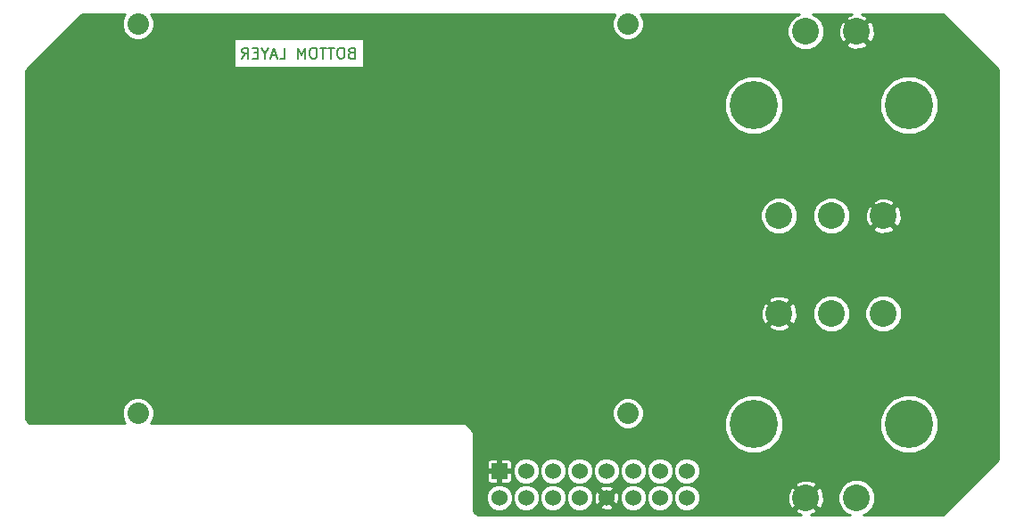
<source format=gbl>
G04 (created by PCBNEW (2013-03-19 BZR 4004)-stable) date 7/29/2015 1:15:23 PM*
%MOIN*%
G04 Gerber Fmt 3.4, Leading zero omitted, Abs format*
%FSLAX34Y34*%
G01*
G70*
G90*
G04 APERTURE LIST*
%ADD10C,0.007*%
%ADD11C,0.008*%
%ADD12C,0.1*%
%ADD13C,0.18*%
%ADD14C,0.08*%
%ADD15R,0.06X0.06*%
%ADD16C,0.06*%
%ADD17C,0.035*%
%ADD18C,0.012*%
%ADD19C,0.01*%
G04 APERTURE END LIST*
G54D10*
G54D11*
X12411Y-1702D02*
X12354Y-1721D01*
X12335Y-1740D01*
X12316Y-1778D01*
X12316Y-1835D01*
X12335Y-1873D01*
X12354Y-1892D01*
X12392Y-1911D01*
X12545Y-1911D01*
X12545Y-1511D01*
X12411Y-1511D01*
X12373Y-1530D01*
X12354Y-1550D01*
X12335Y-1588D01*
X12335Y-1626D01*
X12354Y-1664D01*
X12373Y-1683D01*
X12411Y-1702D01*
X12545Y-1702D01*
X12069Y-1511D02*
X11992Y-1511D01*
X11954Y-1530D01*
X11916Y-1569D01*
X11897Y-1645D01*
X11897Y-1778D01*
X11916Y-1854D01*
X11954Y-1892D01*
X11992Y-1911D01*
X12069Y-1911D01*
X12107Y-1892D01*
X12145Y-1854D01*
X12164Y-1778D01*
X12164Y-1645D01*
X12145Y-1569D01*
X12107Y-1530D01*
X12069Y-1511D01*
X11783Y-1511D02*
X11554Y-1511D01*
X11669Y-1911D02*
X11669Y-1511D01*
X11478Y-1511D02*
X11250Y-1511D01*
X11364Y-1911D02*
X11364Y-1511D01*
X11040Y-1511D02*
X10964Y-1511D01*
X10926Y-1530D01*
X10888Y-1569D01*
X10869Y-1645D01*
X10869Y-1778D01*
X10888Y-1854D01*
X10926Y-1892D01*
X10964Y-1911D01*
X11040Y-1911D01*
X11078Y-1892D01*
X11116Y-1854D01*
X11135Y-1778D01*
X11135Y-1645D01*
X11116Y-1569D01*
X11078Y-1530D01*
X11040Y-1511D01*
X10697Y-1911D02*
X10697Y-1511D01*
X10564Y-1797D01*
X10430Y-1511D01*
X10430Y-1911D01*
X9745Y-1911D02*
X9935Y-1911D01*
X9935Y-1511D01*
X9630Y-1797D02*
X9440Y-1797D01*
X9669Y-1911D02*
X9535Y-1511D01*
X9402Y-1911D01*
X9192Y-1721D02*
X9192Y-1911D01*
X9326Y-1511D02*
X9192Y-1721D01*
X9059Y-1511D01*
X8926Y-1702D02*
X8792Y-1702D01*
X8735Y-1911D02*
X8926Y-1911D01*
X8926Y-1511D01*
X8735Y-1511D01*
X8335Y-1911D02*
X8469Y-1721D01*
X8564Y-1911D02*
X8564Y-1511D01*
X8411Y-1511D01*
X8373Y-1530D01*
X8354Y-1550D01*
X8335Y-1588D01*
X8335Y-1645D01*
X8354Y-1683D01*
X8373Y-1702D01*
X8411Y-1721D01*
X8564Y-1721D01*
G54D12*
X31300Y-900D03*
X29400Y-900D03*
X32300Y-7800D03*
X30350Y-7800D03*
G54D13*
X33250Y-3650D03*
X27450Y-3650D03*
G54D12*
X28400Y-7800D03*
X29400Y-18350D03*
X31300Y-18350D03*
X28400Y-11450D03*
X30350Y-11450D03*
G54D13*
X27450Y-15600D03*
X33250Y-15600D03*
G54D12*
X32300Y-11450D03*
G54D14*
X22750Y-15185D03*
X22750Y-615D03*
X4440Y-615D03*
X4440Y-15185D03*
G54D15*
X17950Y-17350D03*
G54D16*
X17950Y-18350D03*
X18950Y-17350D03*
X18950Y-18350D03*
X19950Y-17350D03*
X19950Y-18350D03*
X20950Y-17350D03*
X20950Y-18350D03*
X21950Y-17350D03*
X21950Y-18350D03*
X22950Y-17350D03*
X22950Y-18350D03*
X23950Y-17350D03*
X23950Y-18350D03*
X24950Y-17350D03*
X24950Y-18350D03*
G54D17*
X25100Y-9700D03*
X23350Y-7600D03*
X25250Y-7600D03*
X22200Y-10300D03*
X22200Y-8700D03*
X21100Y-7600D03*
X13150Y-7550D03*
X8950Y-7550D03*
X4450Y-7550D03*
X2950Y-9050D03*
X2950Y-10650D03*
X2950Y-13550D03*
X7050Y-13550D03*
X14350Y-13550D03*
X19150Y-13550D03*
X19150Y-10850D03*
X16750Y-7750D03*
X16750Y-10000D03*
G54D18*
X25250Y-7600D02*
X23350Y-7600D01*
X21100Y-7600D02*
X22200Y-8700D01*
X8950Y-7550D02*
X13150Y-7550D01*
X2950Y-9050D02*
X4450Y-7550D01*
X2950Y-13550D02*
X2950Y-10650D01*
X14350Y-13550D02*
X7050Y-13550D01*
X19150Y-10850D02*
X19150Y-13550D01*
G54D10*
G36*
X36600Y-16862D02*
X36587Y-16924D01*
X36560Y-16964D01*
X34564Y-18960D01*
X34524Y-18987D01*
X34462Y-19000D01*
X34350Y-19000D01*
X34350Y-15382D01*
X34350Y-3432D01*
X34183Y-3027D01*
X33873Y-2718D01*
X33469Y-2550D01*
X33032Y-2549D01*
X32627Y-2716D01*
X32318Y-3026D01*
X32150Y-3430D01*
X32149Y-3867D01*
X32316Y-4272D01*
X32626Y-4581D01*
X33030Y-4749D01*
X33467Y-4750D01*
X33872Y-4583D01*
X34181Y-4273D01*
X34349Y-3869D01*
X34350Y-3432D01*
X34350Y-15382D01*
X34183Y-14977D01*
X33873Y-14668D01*
X33469Y-14500D01*
X33032Y-14499D01*
X33000Y-14513D01*
X33000Y-11311D01*
X32974Y-11248D01*
X32974Y-7910D01*
X32965Y-7644D01*
X32880Y-7439D01*
X32786Y-7383D01*
X32716Y-7454D01*
X32716Y-7313D01*
X32660Y-7219D01*
X32410Y-7125D01*
X32144Y-7134D01*
X31974Y-7205D01*
X31974Y-1010D01*
X31965Y-744D01*
X31880Y-539D01*
X31786Y-483D01*
X31370Y-900D01*
X31786Y-1316D01*
X31880Y-1260D01*
X31974Y-1010D01*
X31974Y-7205D01*
X31939Y-7219D01*
X31883Y-7313D01*
X32300Y-7729D01*
X32716Y-7313D01*
X32716Y-7454D01*
X32370Y-7800D01*
X32786Y-8216D01*
X32880Y-8160D01*
X32974Y-7910D01*
X32974Y-11248D01*
X32893Y-11054D01*
X32716Y-10876D01*
X32716Y-8286D01*
X32300Y-7870D01*
X32229Y-7941D01*
X32229Y-7800D01*
X31813Y-7383D01*
X31719Y-7439D01*
X31716Y-7448D01*
X31716Y-1386D01*
X31300Y-970D01*
X31229Y-1041D01*
X31229Y-900D01*
X30813Y-483D01*
X30719Y-539D01*
X30625Y-789D01*
X30634Y-1055D01*
X30719Y-1260D01*
X30813Y-1316D01*
X31229Y-900D01*
X31229Y-1041D01*
X30883Y-1386D01*
X30939Y-1480D01*
X31189Y-1574D01*
X31455Y-1565D01*
X31660Y-1480D01*
X31716Y-1386D01*
X31716Y-7448D01*
X31625Y-7689D01*
X31634Y-7955D01*
X31719Y-8160D01*
X31813Y-8216D01*
X32229Y-7800D01*
X32229Y-7941D01*
X31883Y-8286D01*
X31939Y-8380D01*
X32189Y-8474D01*
X32455Y-8465D01*
X32660Y-8380D01*
X32716Y-8286D01*
X32716Y-10876D01*
X32697Y-10856D01*
X32439Y-10750D01*
X32161Y-10749D01*
X31904Y-10856D01*
X31706Y-11052D01*
X31600Y-11310D01*
X31599Y-11588D01*
X31706Y-11846D01*
X31902Y-12043D01*
X32160Y-12149D01*
X32438Y-12150D01*
X32696Y-12043D01*
X32893Y-11847D01*
X32999Y-11589D01*
X33000Y-11311D01*
X33000Y-14513D01*
X32627Y-14666D01*
X32318Y-14976D01*
X32150Y-15380D01*
X32149Y-15817D01*
X32316Y-16222D01*
X32626Y-16531D01*
X33030Y-16699D01*
X33467Y-16700D01*
X33872Y-16533D01*
X34181Y-16223D01*
X34349Y-15819D01*
X34350Y-15382D01*
X34350Y-19000D01*
X31559Y-19000D01*
X31696Y-18943D01*
X31893Y-18747D01*
X31999Y-18489D01*
X32000Y-18211D01*
X31893Y-17954D01*
X31697Y-17756D01*
X31439Y-17650D01*
X31161Y-17649D01*
X31050Y-17695D01*
X31050Y-11311D01*
X31050Y-7661D01*
X30943Y-7404D01*
X30747Y-7206D01*
X30489Y-7100D01*
X30211Y-7099D01*
X29954Y-7206D01*
X29756Y-7402D01*
X29650Y-7660D01*
X29649Y-7938D01*
X29756Y-8196D01*
X29952Y-8393D01*
X30210Y-8499D01*
X30488Y-8500D01*
X30746Y-8393D01*
X30943Y-8197D01*
X31049Y-7939D01*
X31050Y-7661D01*
X31050Y-11311D01*
X30943Y-11054D01*
X30747Y-10856D01*
X30489Y-10750D01*
X30211Y-10749D01*
X29954Y-10856D01*
X29756Y-11052D01*
X29650Y-11310D01*
X29649Y-11588D01*
X29756Y-11846D01*
X29952Y-12043D01*
X30210Y-12149D01*
X30488Y-12150D01*
X30746Y-12043D01*
X30943Y-11847D01*
X31049Y-11589D01*
X31050Y-11311D01*
X31050Y-17695D01*
X30904Y-17756D01*
X30706Y-17952D01*
X30600Y-18210D01*
X30599Y-18488D01*
X30706Y-18746D01*
X30902Y-18943D01*
X31040Y-19000D01*
X30074Y-19000D01*
X30074Y-18460D01*
X30065Y-18194D01*
X29980Y-17989D01*
X29886Y-17933D01*
X29816Y-18004D01*
X29816Y-17863D01*
X29760Y-17769D01*
X29510Y-17675D01*
X29244Y-17684D01*
X29100Y-17744D01*
X29100Y-7661D01*
X28993Y-7404D01*
X28797Y-7206D01*
X28550Y-7104D01*
X28550Y-3432D01*
X28383Y-3027D01*
X28073Y-2718D01*
X27669Y-2550D01*
X27232Y-2549D01*
X26827Y-2716D01*
X26518Y-3026D01*
X26350Y-3430D01*
X26349Y-3867D01*
X26516Y-4272D01*
X26826Y-4581D01*
X27230Y-4749D01*
X27667Y-4750D01*
X28072Y-4583D01*
X28381Y-4273D01*
X28549Y-3869D01*
X28550Y-3432D01*
X28550Y-7104D01*
X28539Y-7100D01*
X28261Y-7099D01*
X28004Y-7206D01*
X27806Y-7402D01*
X27700Y-7660D01*
X27699Y-7938D01*
X27806Y-8196D01*
X28002Y-8393D01*
X28260Y-8499D01*
X28538Y-8500D01*
X28796Y-8393D01*
X28993Y-8197D01*
X29099Y-7939D01*
X29100Y-7661D01*
X29100Y-17744D01*
X29074Y-17755D01*
X29074Y-11560D01*
X29065Y-11294D01*
X28980Y-11089D01*
X28886Y-11033D01*
X28816Y-11104D01*
X28816Y-10963D01*
X28760Y-10869D01*
X28510Y-10775D01*
X28244Y-10784D01*
X28039Y-10869D01*
X27983Y-10963D01*
X28400Y-11379D01*
X28816Y-10963D01*
X28816Y-11104D01*
X28470Y-11450D01*
X28886Y-11866D01*
X28980Y-11810D01*
X29074Y-11560D01*
X29074Y-17755D01*
X29039Y-17769D01*
X28983Y-17863D01*
X29400Y-18279D01*
X29816Y-17863D01*
X29816Y-18004D01*
X29470Y-18350D01*
X29886Y-18766D01*
X29980Y-18710D01*
X30074Y-18460D01*
X30074Y-19000D01*
X29592Y-19000D01*
X29760Y-18930D01*
X29816Y-18836D01*
X29400Y-18420D01*
X29329Y-18491D01*
X29329Y-18350D01*
X28913Y-17933D01*
X28819Y-17989D01*
X28816Y-17998D01*
X28816Y-11936D01*
X28400Y-11520D01*
X28329Y-11591D01*
X28329Y-11450D01*
X27913Y-11033D01*
X27819Y-11089D01*
X27725Y-11339D01*
X27734Y-11605D01*
X27819Y-11810D01*
X27913Y-11866D01*
X28329Y-11450D01*
X28329Y-11591D01*
X27983Y-11936D01*
X28039Y-12030D01*
X28289Y-12124D01*
X28555Y-12115D01*
X28760Y-12030D01*
X28816Y-11936D01*
X28816Y-17998D01*
X28725Y-18239D01*
X28734Y-18505D01*
X28819Y-18710D01*
X28913Y-18766D01*
X29329Y-18350D01*
X29329Y-18491D01*
X28983Y-18836D01*
X29039Y-18930D01*
X29225Y-19000D01*
X28550Y-19000D01*
X28550Y-15382D01*
X28383Y-14977D01*
X28073Y-14668D01*
X27669Y-14500D01*
X27232Y-14499D01*
X26827Y-14666D01*
X26518Y-14976D01*
X26350Y-15380D01*
X26349Y-15817D01*
X26516Y-16222D01*
X26826Y-16531D01*
X27230Y-16699D01*
X27667Y-16700D01*
X28072Y-16533D01*
X28381Y-16223D01*
X28549Y-15819D01*
X28550Y-15382D01*
X28550Y-19000D01*
X25450Y-19000D01*
X25450Y-18250D01*
X25450Y-17250D01*
X25374Y-17067D01*
X25233Y-16926D01*
X25049Y-16850D01*
X24850Y-16849D01*
X24667Y-16925D01*
X24526Y-17066D01*
X24450Y-17250D01*
X24450Y-17251D01*
X24450Y-17250D01*
X24374Y-17067D01*
X24233Y-16926D01*
X24049Y-16850D01*
X23850Y-16849D01*
X23667Y-16925D01*
X23526Y-17066D01*
X23450Y-17250D01*
X23450Y-17251D01*
X23450Y-17250D01*
X23374Y-17067D01*
X23350Y-17043D01*
X23350Y-15066D01*
X23258Y-14845D01*
X23090Y-14676D01*
X22869Y-14585D01*
X22631Y-14584D01*
X22410Y-14676D01*
X22241Y-14844D01*
X22150Y-15065D01*
X22149Y-15303D01*
X22241Y-15524D01*
X22409Y-15693D01*
X22630Y-15784D01*
X22868Y-15785D01*
X23089Y-15693D01*
X23258Y-15525D01*
X23349Y-15304D01*
X23350Y-15066D01*
X23350Y-17043D01*
X23233Y-16926D01*
X23049Y-16850D01*
X22850Y-16849D01*
X22667Y-16925D01*
X22526Y-17066D01*
X22450Y-17250D01*
X22450Y-17251D01*
X22450Y-17250D01*
X22374Y-17067D01*
X22233Y-16926D01*
X22049Y-16850D01*
X21850Y-16849D01*
X21667Y-16925D01*
X21526Y-17066D01*
X21450Y-17250D01*
X21450Y-17251D01*
X21450Y-17250D01*
X21374Y-17067D01*
X21233Y-16926D01*
X21049Y-16850D01*
X20850Y-16849D01*
X20667Y-16925D01*
X20526Y-17066D01*
X20450Y-17250D01*
X20450Y-17251D01*
X20450Y-17250D01*
X20374Y-17067D01*
X20233Y-16926D01*
X20049Y-16850D01*
X19850Y-16849D01*
X19667Y-16925D01*
X19526Y-17066D01*
X19450Y-17250D01*
X19450Y-17251D01*
X19450Y-17250D01*
X19374Y-17067D01*
X19233Y-16926D01*
X19049Y-16850D01*
X18850Y-16849D01*
X18667Y-16925D01*
X18526Y-17066D01*
X18450Y-17250D01*
X18449Y-17449D01*
X18525Y-17632D01*
X18666Y-17773D01*
X18850Y-17849D01*
X19049Y-17850D01*
X19232Y-17774D01*
X19373Y-17633D01*
X19449Y-17449D01*
X19450Y-17250D01*
X19450Y-17251D01*
X19449Y-17449D01*
X19525Y-17632D01*
X19666Y-17773D01*
X19850Y-17849D01*
X20049Y-17850D01*
X20232Y-17774D01*
X20373Y-17633D01*
X20449Y-17449D01*
X20450Y-17250D01*
X20450Y-17251D01*
X20449Y-17449D01*
X20525Y-17632D01*
X20666Y-17773D01*
X20850Y-17849D01*
X21049Y-17850D01*
X21232Y-17774D01*
X21373Y-17633D01*
X21449Y-17449D01*
X21450Y-17250D01*
X21450Y-17251D01*
X21449Y-17449D01*
X21525Y-17632D01*
X21666Y-17773D01*
X21850Y-17849D01*
X22049Y-17850D01*
X22232Y-17774D01*
X22373Y-17633D01*
X22449Y-17449D01*
X22450Y-17250D01*
X22450Y-17251D01*
X22449Y-17449D01*
X22525Y-17632D01*
X22666Y-17773D01*
X22850Y-17849D01*
X23049Y-17850D01*
X23232Y-17774D01*
X23373Y-17633D01*
X23449Y-17449D01*
X23450Y-17250D01*
X23450Y-17251D01*
X23449Y-17449D01*
X23525Y-17632D01*
X23666Y-17773D01*
X23850Y-17849D01*
X24049Y-17850D01*
X24232Y-17774D01*
X24373Y-17633D01*
X24449Y-17449D01*
X24450Y-17250D01*
X24450Y-17251D01*
X24449Y-17449D01*
X24525Y-17632D01*
X24666Y-17773D01*
X24850Y-17849D01*
X25049Y-17850D01*
X25232Y-17774D01*
X25373Y-17633D01*
X25449Y-17449D01*
X25450Y-17250D01*
X25450Y-18250D01*
X25374Y-18067D01*
X25233Y-17926D01*
X25049Y-17850D01*
X24850Y-17849D01*
X24667Y-17925D01*
X24526Y-18066D01*
X24450Y-18250D01*
X24450Y-18251D01*
X24450Y-18250D01*
X24374Y-18067D01*
X24233Y-17926D01*
X24049Y-17850D01*
X23850Y-17849D01*
X23667Y-17925D01*
X23526Y-18066D01*
X23450Y-18250D01*
X23450Y-18251D01*
X23450Y-18250D01*
X23374Y-18067D01*
X23233Y-17926D01*
X23049Y-17850D01*
X22850Y-17849D01*
X22667Y-17925D01*
X22526Y-18066D01*
X22450Y-18250D01*
X22449Y-18449D01*
X22525Y-18632D01*
X22666Y-18773D01*
X22850Y-18849D01*
X23049Y-18850D01*
X23232Y-18774D01*
X23373Y-18633D01*
X23449Y-18449D01*
X23450Y-18250D01*
X23450Y-18251D01*
X23449Y-18449D01*
X23525Y-18632D01*
X23666Y-18773D01*
X23850Y-18849D01*
X24049Y-18850D01*
X24232Y-18774D01*
X24373Y-18633D01*
X24449Y-18449D01*
X24450Y-18250D01*
X24450Y-18251D01*
X24449Y-18449D01*
X24525Y-18632D01*
X24666Y-18773D01*
X24850Y-18849D01*
X25049Y-18850D01*
X25232Y-18774D01*
X25373Y-18633D01*
X25449Y-18449D01*
X25450Y-18250D01*
X25450Y-19000D01*
X22425Y-19000D01*
X22425Y-18412D01*
X22412Y-18226D01*
X22364Y-18110D01*
X22292Y-18078D01*
X22221Y-18149D01*
X22221Y-18007D01*
X22189Y-17935D01*
X22012Y-17874D01*
X21826Y-17887D01*
X21710Y-17935D01*
X21678Y-18007D01*
X21950Y-18279D01*
X22221Y-18007D01*
X22221Y-18149D01*
X22020Y-18350D01*
X22292Y-18621D01*
X22364Y-18589D01*
X22425Y-18412D01*
X22425Y-19000D01*
X22221Y-19000D01*
X22221Y-18692D01*
X21950Y-18420D01*
X21879Y-18491D01*
X21879Y-18350D01*
X21607Y-18078D01*
X21535Y-18110D01*
X21474Y-18287D01*
X21487Y-18473D01*
X21535Y-18589D01*
X21607Y-18621D01*
X21879Y-18350D01*
X21879Y-18491D01*
X21678Y-18692D01*
X21710Y-18764D01*
X21887Y-18825D01*
X22073Y-18812D01*
X22189Y-18764D01*
X22221Y-18692D01*
X22221Y-19000D01*
X21450Y-19000D01*
X21450Y-18250D01*
X21374Y-18067D01*
X21233Y-17926D01*
X21049Y-17850D01*
X20850Y-17849D01*
X20667Y-17925D01*
X20526Y-18066D01*
X20450Y-18250D01*
X20450Y-18251D01*
X20450Y-18250D01*
X20374Y-18067D01*
X20233Y-17926D01*
X20049Y-17850D01*
X19850Y-17849D01*
X19667Y-17925D01*
X19526Y-18066D01*
X19450Y-18250D01*
X19450Y-18251D01*
X19450Y-18250D01*
X19374Y-18067D01*
X19233Y-17926D01*
X19049Y-17850D01*
X18850Y-17849D01*
X18667Y-17925D01*
X18526Y-18066D01*
X18450Y-18250D01*
X18450Y-18251D01*
X18450Y-18250D01*
X18420Y-18178D01*
X18420Y-17616D01*
X18420Y-17083D01*
X18419Y-17016D01*
X18394Y-16953D01*
X18346Y-16905D01*
X18283Y-16879D01*
X18042Y-16880D01*
X18000Y-16922D01*
X18000Y-17300D01*
X18377Y-17300D01*
X18420Y-17257D01*
X18420Y-17083D01*
X18420Y-17616D01*
X18420Y-17442D01*
X18377Y-17400D01*
X18000Y-17400D01*
X18000Y-17777D01*
X18042Y-17820D01*
X18283Y-17820D01*
X18346Y-17794D01*
X18394Y-17746D01*
X18419Y-17683D01*
X18420Y-17616D01*
X18420Y-18178D01*
X18374Y-18067D01*
X18233Y-17926D01*
X18049Y-17850D01*
X17900Y-17849D01*
X17900Y-17777D01*
X17900Y-17400D01*
X17900Y-17300D01*
X17900Y-16922D01*
X17857Y-16880D01*
X17616Y-16879D01*
X17553Y-16905D01*
X17505Y-16953D01*
X17480Y-17016D01*
X17479Y-17083D01*
X17480Y-17257D01*
X17522Y-17300D01*
X17900Y-17300D01*
X17900Y-17400D01*
X17522Y-17400D01*
X17480Y-17442D01*
X17479Y-17616D01*
X17480Y-17683D01*
X17505Y-17746D01*
X17553Y-17794D01*
X17616Y-17820D01*
X17857Y-17820D01*
X17900Y-17777D01*
X17900Y-17849D01*
X17850Y-17849D01*
X17667Y-17925D01*
X17526Y-18066D01*
X17450Y-18250D01*
X17449Y-18449D01*
X17525Y-18632D01*
X17666Y-18773D01*
X17850Y-18849D01*
X18049Y-18850D01*
X18232Y-18774D01*
X18373Y-18633D01*
X18449Y-18449D01*
X18450Y-18250D01*
X18450Y-18251D01*
X18449Y-18449D01*
X18525Y-18632D01*
X18666Y-18773D01*
X18850Y-18849D01*
X19049Y-18850D01*
X19232Y-18774D01*
X19373Y-18633D01*
X19449Y-18449D01*
X19450Y-18250D01*
X19450Y-18251D01*
X19449Y-18449D01*
X19525Y-18632D01*
X19666Y-18773D01*
X19850Y-18849D01*
X20049Y-18850D01*
X20232Y-18774D01*
X20373Y-18633D01*
X20449Y-18449D01*
X20450Y-18250D01*
X20450Y-18251D01*
X20449Y-18449D01*
X20525Y-18632D01*
X20666Y-18773D01*
X20850Y-18849D01*
X21049Y-18850D01*
X21232Y-18774D01*
X21373Y-18633D01*
X21449Y-18449D01*
X21450Y-18250D01*
X21450Y-19000D01*
X17169Y-19000D01*
X17148Y-18995D01*
X17061Y-18937D01*
X17004Y-18851D01*
X17000Y-18830D01*
X17000Y-15977D01*
X16981Y-15886D01*
X16930Y-15809D01*
X16740Y-15619D01*
X16663Y-15568D01*
X16572Y-15550D01*
X12880Y-15550D01*
X12880Y-2270D01*
X12880Y-1150D01*
X8019Y-1150D01*
X8019Y-2270D01*
X12880Y-2270D01*
X12880Y-15550D01*
X4923Y-15550D01*
X4948Y-15525D01*
X5039Y-15304D01*
X5040Y-15066D01*
X4948Y-14845D01*
X4780Y-14676D01*
X4559Y-14585D01*
X4321Y-14584D01*
X4100Y-14676D01*
X3931Y-14844D01*
X3840Y-15065D01*
X3839Y-15303D01*
X3931Y-15524D01*
X3956Y-15550D01*
X419Y-15550D01*
X398Y-15545D01*
X311Y-15487D01*
X254Y-15401D01*
X250Y-15380D01*
X250Y-2437D01*
X262Y-2375D01*
X297Y-2323D01*
X2323Y-297D01*
X2375Y-262D01*
X2437Y-250D01*
X3956Y-250D01*
X3931Y-274D01*
X3840Y-495D01*
X3839Y-733D01*
X3931Y-954D01*
X4099Y-1123D01*
X4320Y-1214D01*
X4558Y-1215D01*
X4779Y-1123D01*
X4948Y-955D01*
X5039Y-734D01*
X5040Y-496D01*
X4948Y-275D01*
X4923Y-250D01*
X22266Y-250D01*
X22241Y-274D01*
X22150Y-495D01*
X22149Y-733D01*
X22241Y-954D01*
X22409Y-1123D01*
X22630Y-1214D01*
X22868Y-1215D01*
X23089Y-1123D01*
X23258Y-955D01*
X23349Y-734D01*
X23350Y-496D01*
X23258Y-275D01*
X23233Y-250D01*
X29140Y-250D01*
X29004Y-306D01*
X28806Y-502D01*
X28700Y-760D01*
X28699Y-1038D01*
X28806Y-1296D01*
X29002Y-1493D01*
X29260Y-1599D01*
X29538Y-1600D01*
X29796Y-1493D01*
X29993Y-1297D01*
X30099Y-1039D01*
X30100Y-761D01*
X29993Y-504D01*
X29797Y-306D01*
X29659Y-250D01*
X31107Y-250D01*
X30939Y-319D01*
X30883Y-413D01*
X31300Y-829D01*
X31716Y-413D01*
X31660Y-319D01*
X31474Y-250D01*
X34462Y-250D01*
X34524Y-262D01*
X34564Y-289D01*
X36560Y-2285D01*
X36587Y-2325D01*
X36600Y-2387D01*
X36600Y-16862D01*
X36600Y-16862D01*
G37*
G54D19*
X36600Y-16862D02*
X36587Y-16924D01*
X36560Y-16964D01*
X34564Y-18960D01*
X34524Y-18987D01*
X34462Y-19000D01*
X34350Y-19000D01*
X34350Y-15382D01*
X34350Y-3432D01*
X34183Y-3027D01*
X33873Y-2718D01*
X33469Y-2550D01*
X33032Y-2549D01*
X32627Y-2716D01*
X32318Y-3026D01*
X32150Y-3430D01*
X32149Y-3867D01*
X32316Y-4272D01*
X32626Y-4581D01*
X33030Y-4749D01*
X33467Y-4750D01*
X33872Y-4583D01*
X34181Y-4273D01*
X34349Y-3869D01*
X34350Y-3432D01*
X34350Y-15382D01*
X34183Y-14977D01*
X33873Y-14668D01*
X33469Y-14500D01*
X33032Y-14499D01*
X33000Y-14513D01*
X33000Y-11311D01*
X32974Y-11248D01*
X32974Y-7910D01*
X32965Y-7644D01*
X32880Y-7439D01*
X32786Y-7383D01*
X32716Y-7454D01*
X32716Y-7313D01*
X32660Y-7219D01*
X32410Y-7125D01*
X32144Y-7134D01*
X31974Y-7205D01*
X31974Y-1010D01*
X31965Y-744D01*
X31880Y-539D01*
X31786Y-483D01*
X31370Y-900D01*
X31786Y-1316D01*
X31880Y-1260D01*
X31974Y-1010D01*
X31974Y-7205D01*
X31939Y-7219D01*
X31883Y-7313D01*
X32300Y-7729D01*
X32716Y-7313D01*
X32716Y-7454D01*
X32370Y-7800D01*
X32786Y-8216D01*
X32880Y-8160D01*
X32974Y-7910D01*
X32974Y-11248D01*
X32893Y-11054D01*
X32716Y-10876D01*
X32716Y-8286D01*
X32300Y-7870D01*
X32229Y-7941D01*
X32229Y-7800D01*
X31813Y-7383D01*
X31719Y-7439D01*
X31716Y-7448D01*
X31716Y-1386D01*
X31300Y-970D01*
X31229Y-1041D01*
X31229Y-900D01*
X30813Y-483D01*
X30719Y-539D01*
X30625Y-789D01*
X30634Y-1055D01*
X30719Y-1260D01*
X30813Y-1316D01*
X31229Y-900D01*
X31229Y-1041D01*
X30883Y-1386D01*
X30939Y-1480D01*
X31189Y-1574D01*
X31455Y-1565D01*
X31660Y-1480D01*
X31716Y-1386D01*
X31716Y-7448D01*
X31625Y-7689D01*
X31634Y-7955D01*
X31719Y-8160D01*
X31813Y-8216D01*
X32229Y-7800D01*
X32229Y-7941D01*
X31883Y-8286D01*
X31939Y-8380D01*
X32189Y-8474D01*
X32455Y-8465D01*
X32660Y-8380D01*
X32716Y-8286D01*
X32716Y-10876D01*
X32697Y-10856D01*
X32439Y-10750D01*
X32161Y-10749D01*
X31904Y-10856D01*
X31706Y-11052D01*
X31600Y-11310D01*
X31599Y-11588D01*
X31706Y-11846D01*
X31902Y-12043D01*
X32160Y-12149D01*
X32438Y-12150D01*
X32696Y-12043D01*
X32893Y-11847D01*
X32999Y-11589D01*
X33000Y-11311D01*
X33000Y-14513D01*
X32627Y-14666D01*
X32318Y-14976D01*
X32150Y-15380D01*
X32149Y-15817D01*
X32316Y-16222D01*
X32626Y-16531D01*
X33030Y-16699D01*
X33467Y-16700D01*
X33872Y-16533D01*
X34181Y-16223D01*
X34349Y-15819D01*
X34350Y-15382D01*
X34350Y-19000D01*
X31559Y-19000D01*
X31696Y-18943D01*
X31893Y-18747D01*
X31999Y-18489D01*
X32000Y-18211D01*
X31893Y-17954D01*
X31697Y-17756D01*
X31439Y-17650D01*
X31161Y-17649D01*
X31050Y-17695D01*
X31050Y-11311D01*
X31050Y-7661D01*
X30943Y-7404D01*
X30747Y-7206D01*
X30489Y-7100D01*
X30211Y-7099D01*
X29954Y-7206D01*
X29756Y-7402D01*
X29650Y-7660D01*
X29649Y-7938D01*
X29756Y-8196D01*
X29952Y-8393D01*
X30210Y-8499D01*
X30488Y-8500D01*
X30746Y-8393D01*
X30943Y-8197D01*
X31049Y-7939D01*
X31050Y-7661D01*
X31050Y-11311D01*
X30943Y-11054D01*
X30747Y-10856D01*
X30489Y-10750D01*
X30211Y-10749D01*
X29954Y-10856D01*
X29756Y-11052D01*
X29650Y-11310D01*
X29649Y-11588D01*
X29756Y-11846D01*
X29952Y-12043D01*
X30210Y-12149D01*
X30488Y-12150D01*
X30746Y-12043D01*
X30943Y-11847D01*
X31049Y-11589D01*
X31050Y-11311D01*
X31050Y-17695D01*
X30904Y-17756D01*
X30706Y-17952D01*
X30600Y-18210D01*
X30599Y-18488D01*
X30706Y-18746D01*
X30902Y-18943D01*
X31040Y-19000D01*
X30074Y-19000D01*
X30074Y-18460D01*
X30065Y-18194D01*
X29980Y-17989D01*
X29886Y-17933D01*
X29816Y-18004D01*
X29816Y-17863D01*
X29760Y-17769D01*
X29510Y-17675D01*
X29244Y-17684D01*
X29100Y-17744D01*
X29100Y-7661D01*
X28993Y-7404D01*
X28797Y-7206D01*
X28550Y-7104D01*
X28550Y-3432D01*
X28383Y-3027D01*
X28073Y-2718D01*
X27669Y-2550D01*
X27232Y-2549D01*
X26827Y-2716D01*
X26518Y-3026D01*
X26350Y-3430D01*
X26349Y-3867D01*
X26516Y-4272D01*
X26826Y-4581D01*
X27230Y-4749D01*
X27667Y-4750D01*
X28072Y-4583D01*
X28381Y-4273D01*
X28549Y-3869D01*
X28550Y-3432D01*
X28550Y-7104D01*
X28539Y-7100D01*
X28261Y-7099D01*
X28004Y-7206D01*
X27806Y-7402D01*
X27700Y-7660D01*
X27699Y-7938D01*
X27806Y-8196D01*
X28002Y-8393D01*
X28260Y-8499D01*
X28538Y-8500D01*
X28796Y-8393D01*
X28993Y-8197D01*
X29099Y-7939D01*
X29100Y-7661D01*
X29100Y-17744D01*
X29074Y-17755D01*
X29074Y-11560D01*
X29065Y-11294D01*
X28980Y-11089D01*
X28886Y-11033D01*
X28816Y-11104D01*
X28816Y-10963D01*
X28760Y-10869D01*
X28510Y-10775D01*
X28244Y-10784D01*
X28039Y-10869D01*
X27983Y-10963D01*
X28400Y-11379D01*
X28816Y-10963D01*
X28816Y-11104D01*
X28470Y-11450D01*
X28886Y-11866D01*
X28980Y-11810D01*
X29074Y-11560D01*
X29074Y-17755D01*
X29039Y-17769D01*
X28983Y-17863D01*
X29400Y-18279D01*
X29816Y-17863D01*
X29816Y-18004D01*
X29470Y-18350D01*
X29886Y-18766D01*
X29980Y-18710D01*
X30074Y-18460D01*
X30074Y-19000D01*
X29592Y-19000D01*
X29760Y-18930D01*
X29816Y-18836D01*
X29400Y-18420D01*
X29329Y-18491D01*
X29329Y-18350D01*
X28913Y-17933D01*
X28819Y-17989D01*
X28816Y-17998D01*
X28816Y-11936D01*
X28400Y-11520D01*
X28329Y-11591D01*
X28329Y-11450D01*
X27913Y-11033D01*
X27819Y-11089D01*
X27725Y-11339D01*
X27734Y-11605D01*
X27819Y-11810D01*
X27913Y-11866D01*
X28329Y-11450D01*
X28329Y-11591D01*
X27983Y-11936D01*
X28039Y-12030D01*
X28289Y-12124D01*
X28555Y-12115D01*
X28760Y-12030D01*
X28816Y-11936D01*
X28816Y-17998D01*
X28725Y-18239D01*
X28734Y-18505D01*
X28819Y-18710D01*
X28913Y-18766D01*
X29329Y-18350D01*
X29329Y-18491D01*
X28983Y-18836D01*
X29039Y-18930D01*
X29225Y-19000D01*
X28550Y-19000D01*
X28550Y-15382D01*
X28383Y-14977D01*
X28073Y-14668D01*
X27669Y-14500D01*
X27232Y-14499D01*
X26827Y-14666D01*
X26518Y-14976D01*
X26350Y-15380D01*
X26349Y-15817D01*
X26516Y-16222D01*
X26826Y-16531D01*
X27230Y-16699D01*
X27667Y-16700D01*
X28072Y-16533D01*
X28381Y-16223D01*
X28549Y-15819D01*
X28550Y-15382D01*
X28550Y-19000D01*
X25450Y-19000D01*
X25450Y-18250D01*
X25450Y-17250D01*
X25374Y-17067D01*
X25233Y-16926D01*
X25049Y-16850D01*
X24850Y-16849D01*
X24667Y-16925D01*
X24526Y-17066D01*
X24450Y-17250D01*
X24450Y-17251D01*
X24450Y-17250D01*
X24374Y-17067D01*
X24233Y-16926D01*
X24049Y-16850D01*
X23850Y-16849D01*
X23667Y-16925D01*
X23526Y-17066D01*
X23450Y-17250D01*
X23450Y-17251D01*
X23450Y-17250D01*
X23374Y-17067D01*
X23350Y-17043D01*
X23350Y-15066D01*
X23258Y-14845D01*
X23090Y-14676D01*
X22869Y-14585D01*
X22631Y-14584D01*
X22410Y-14676D01*
X22241Y-14844D01*
X22150Y-15065D01*
X22149Y-15303D01*
X22241Y-15524D01*
X22409Y-15693D01*
X22630Y-15784D01*
X22868Y-15785D01*
X23089Y-15693D01*
X23258Y-15525D01*
X23349Y-15304D01*
X23350Y-15066D01*
X23350Y-17043D01*
X23233Y-16926D01*
X23049Y-16850D01*
X22850Y-16849D01*
X22667Y-16925D01*
X22526Y-17066D01*
X22450Y-17250D01*
X22450Y-17251D01*
X22450Y-17250D01*
X22374Y-17067D01*
X22233Y-16926D01*
X22049Y-16850D01*
X21850Y-16849D01*
X21667Y-16925D01*
X21526Y-17066D01*
X21450Y-17250D01*
X21450Y-17251D01*
X21450Y-17250D01*
X21374Y-17067D01*
X21233Y-16926D01*
X21049Y-16850D01*
X20850Y-16849D01*
X20667Y-16925D01*
X20526Y-17066D01*
X20450Y-17250D01*
X20450Y-17251D01*
X20450Y-17250D01*
X20374Y-17067D01*
X20233Y-16926D01*
X20049Y-16850D01*
X19850Y-16849D01*
X19667Y-16925D01*
X19526Y-17066D01*
X19450Y-17250D01*
X19450Y-17251D01*
X19450Y-17250D01*
X19374Y-17067D01*
X19233Y-16926D01*
X19049Y-16850D01*
X18850Y-16849D01*
X18667Y-16925D01*
X18526Y-17066D01*
X18450Y-17250D01*
X18449Y-17449D01*
X18525Y-17632D01*
X18666Y-17773D01*
X18850Y-17849D01*
X19049Y-17850D01*
X19232Y-17774D01*
X19373Y-17633D01*
X19449Y-17449D01*
X19450Y-17250D01*
X19450Y-17251D01*
X19449Y-17449D01*
X19525Y-17632D01*
X19666Y-17773D01*
X19850Y-17849D01*
X20049Y-17850D01*
X20232Y-17774D01*
X20373Y-17633D01*
X20449Y-17449D01*
X20450Y-17250D01*
X20450Y-17251D01*
X20449Y-17449D01*
X20525Y-17632D01*
X20666Y-17773D01*
X20850Y-17849D01*
X21049Y-17850D01*
X21232Y-17774D01*
X21373Y-17633D01*
X21449Y-17449D01*
X21450Y-17250D01*
X21450Y-17251D01*
X21449Y-17449D01*
X21525Y-17632D01*
X21666Y-17773D01*
X21850Y-17849D01*
X22049Y-17850D01*
X22232Y-17774D01*
X22373Y-17633D01*
X22449Y-17449D01*
X22450Y-17250D01*
X22450Y-17251D01*
X22449Y-17449D01*
X22525Y-17632D01*
X22666Y-17773D01*
X22850Y-17849D01*
X23049Y-17850D01*
X23232Y-17774D01*
X23373Y-17633D01*
X23449Y-17449D01*
X23450Y-17250D01*
X23450Y-17251D01*
X23449Y-17449D01*
X23525Y-17632D01*
X23666Y-17773D01*
X23850Y-17849D01*
X24049Y-17850D01*
X24232Y-17774D01*
X24373Y-17633D01*
X24449Y-17449D01*
X24450Y-17250D01*
X24450Y-17251D01*
X24449Y-17449D01*
X24525Y-17632D01*
X24666Y-17773D01*
X24850Y-17849D01*
X25049Y-17850D01*
X25232Y-17774D01*
X25373Y-17633D01*
X25449Y-17449D01*
X25450Y-17250D01*
X25450Y-18250D01*
X25374Y-18067D01*
X25233Y-17926D01*
X25049Y-17850D01*
X24850Y-17849D01*
X24667Y-17925D01*
X24526Y-18066D01*
X24450Y-18250D01*
X24450Y-18251D01*
X24450Y-18250D01*
X24374Y-18067D01*
X24233Y-17926D01*
X24049Y-17850D01*
X23850Y-17849D01*
X23667Y-17925D01*
X23526Y-18066D01*
X23450Y-18250D01*
X23450Y-18251D01*
X23450Y-18250D01*
X23374Y-18067D01*
X23233Y-17926D01*
X23049Y-17850D01*
X22850Y-17849D01*
X22667Y-17925D01*
X22526Y-18066D01*
X22450Y-18250D01*
X22449Y-18449D01*
X22525Y-18632D01*
X22666Y-18773D01*
X22850Y-18849D01*
X23049Y-18850D01*
X23232Y-18774D01*
X23373Y-18633D01*
X23449Y-18449D01*
X23450Y-18250D01*
X23450Y-18251D01*
X23449Y-18449D01*
X23525Y-18632D01*
X23666Y-18773D01*
X23850Y-18849D01*
X24049Y-18850D01*
X24232Y-18774D01*
X24373Y-18633D01*
X24449Y-18449D01*
X24450Y-18250D01*
X24450Y-18251D01*
X24449Y-18449D01*
X24525Y-18632D01*
X24666Y-18773D01*
X24850Y-18849D01*
X25049Y-18850D01*
X25232Y-18774D01*
X25373Y-18633D01*
X25449Y-18449D01*
X25450Y-18250D01*
X25450Y-19000D01*
X22425Y-19000D01*
X22425Y-18412D01*
X22412Y-18226D01*
X22364Y-18110D01*
X22292Y-18078D01*
X22221Y-18149D01*
X22221Y-18007D01*
X22189Y-17935D01*
X22012Y-17874D01*
X21826Y-17887D01*
X21710Y-17935D01*
X21678Y-18007D01*
X21950Y-18279D01*
X22221Y-18007D01*
X22221Y-18149D01*
X22020Y-18350D01*
X22292Y-18621D01*
X22364Y-18589D01*
X22425Y-18412D01*
X22425Y-19000D01*
X22221Y-19000D01*
X22221Y-18692D01*
X21950Y-18420D01*
X21879Y-18491D01*
X21879Y-18350D01*
X21607Y-18078D01*
X21535Y-18110D01*
X21474Y-18287D01*
X21487Y-18473D01*
X21535Y-18589D01*
X21607Y-18621D01*
X21879Y-18350D01*
X21879Y-18491D01*
X21678Y-18692D01*
X21710Y-18764D01*
X21887Y-18825D01*
X22073Y-18812D01*
X22189Y-18764D01*
X22221Y-18692D01*
X22221Y-19000D01*
X21450Y-19000D01*
X21450Y-18250D01*
X21374Y-18067D01*
X21233Y-17926D01*
X21049Y-17850D01*
X20850Y-17849D01*
X20667Y-17925D01*
X20526Y-18066D01*
X20450Y-18250D01*
X20450Y-18251D01*
X20450Y-18250D01*
X20374Y-18067D01*
X20233Y-17926D01*
X20049Y-17850D01*
X19850Y-17849D01*
X19667Y-17925D01*
X19526Y-18066D01*
X19450Y-18250D01*
X19450Y-18251D01*
X19450Y-18250D01*
X19374Y-18067D01*
X19233Y-17926D01*
X19049Y-17850D01*
X18850Y-17849D01*
X18667Y-17925D01*
X18526Y-18066D01*
X18450Y-18250D01*
X18450Y-18251D01*
X18450Y-18250D01*
X18420Y-18178D01*
X18420Y-17616D01*
X18420Y-17083D01*
X18419Y-17016D01*
X18394Y-16953D01*
X18346Y-16905D01*
X18283Y-16879D01*
X18042Y-16880D01*
X18000Y-16922D01*
X18000Y-17300D01*
X18377Y-17300D01*
X18420Y-17257D01*
X18420Y-17083D01*
X18420Y-17616D01*
X18420Y-17442D01*
X18377Y-17400D01*
X18000Y-17400D01*
X18000Y-17777D01*
X18042Y-17820D01*
X18283Y-17820D01*
X18346Y-17794D01*
X18394Y-17746D01*
X18419Y-17683D01*
X18420Y-17616D01*
X18420Y-18178D01*
X18374Y-18067D01*
X18233Y-17926D01*
X18049Y-17850D01*
X17900Y-17849D01*
X17900Y-17777D01*
X17900Y-17400D01*
X17900Y-17300D01*
X17900Y-16922D01*
X17857Y-16880D01*
X17616Y-16879D01*
X17553Y-16905D01*
X17505Y-16953D01*
X17480Y-17016D01*
X17479Y-17083D01*
X17480Y-17257D01*
X17522Y-17300D01*
X17900Y-17300D01*
X17900Y-17400D01*
X17522Y-17400D01*
X17480Y-17442D01*
X17479Y-17616D01*
X17480Y-17683D01*
X17505Y-17746D01*
X17553Y-17794D01*
X17616Y-17820D01*
X17857Y-17820D01*
X17900Y-17777D01*
X17900Y-17849D01*
X17850Y-17849D01*
X17667Y-17925D01*
X17526Y-18066D01*
X17450Y-18250D01*
X17449Y-18449D01*
X17525Y-18632D01*
X17666Y-18773D01*
X17850Y-18849D01*
X18049Y-18850D01*
X18232Y-18774D01*
X18373Y-18633D01*
X18449Y-18449D01*
X18450Y-18250D01*
X18450Y-18251D01*
X18449Y-18449D01*
X18525Y-18632D01*
X18666Y-18773D01*
X18850Y-18849D01*
X19049Y-18850D01*
X19232Y-18774D01*
X19373Y-18633D01*
X19449Y-18449D01*
X19450Y-18250D01*
X19450Y-18251D01*
X19449Y-18449D01*
X19525Y-18632D01*
X19666Y-18773D01*
X19850Y-18849D01*
X20049Y-18850D01*
X20232Y-18774D01*
X20373Y-18633D01*
X20449Y-18449D01*
X20450Y-18250D01*
X20450Y-18251D01*
X20449Y-18449D01*
X20525Y-18632D01*
X20666Y-18773D01*
X20850Y-18849D01*
X21049Y-18850D01*
X21232Y-18774D01*
X21373Y-18633D01*
X21449Y-18449D01*
X21450Y-18250D01*
X21450Y-19000D01*
X17169Y-19000D01*
X17148Y-18995D01*
X17061Y-18937D01*
X17004Y-18851D01*
X17000Y-18830D01*
X17000Y-15977D01*
X16981Y-15886D01*
X16930Y-15809D01*
X16740Y-15619D01*
X16663Y-15568D01*
X16572Y-15550D01*
X12880Y-15550D01*
X12880Y-2270D01*
X12880Y-1150D01*
X8019Y-1150D01*
X8019Y-2270D01*
X12880Y-2270D01*
X12880Y-15550D01*
X4923Y-15550D01*
X4948Y-15525D01*
X5039Y-15304D01*
X5040Y-15066D01*
X4948Y-14845D01*
X4780Y-14676D01*
X4559Y-14585D01*
X4321Y-14584D01*
X4100Y-14676D01*
X3931Y-14844D01*
X3840Y-15065D01*
X3839Y-15303D01*
X3931Y-15524D01*
X3956Y-15550D01*
X419Y-15550D01*
X398Y-15545D01*
X311Y-15487D01*
X254Y-15401D01*
X250Y-15380D01*
X250Y-2437D01*
X262Y-2375D01*
X297Y-2323D01*
X2323Y-297D01*
X2375Y-262D01*
X2437Y-250D01*
X3956Y-250D01*
X3931Y-274D01*
X3840Y-495D01*
X3839Y-733D01*
X3931Y-954D01*
X4099Y-1123D01*
X4320Y-1214D01*
X4558Y-1215D01*
X4779Y-1123D01*
X4948Y-955D01*
X5039Y-734D01*
X5040Y-496D01*
X4948Y-275D01*
X4923Y-250D01*
X22266Y-250D01*
X22241Y-274D01*
X22150Y-495D01*
X22149Y-733D01*
X22241Y-954D01*
X22409Y-1123D01*
X22630Y-1214D01*
X22868Y-1215D01*
X23089Y-1123D01*
X23258Y-955D01*
X23349Y-734D01*
X23350Y-496D01*
X23258Y-275D01*
X23233Y-250D01*
X29140Y-250D01*
X29004Y-306D01*
X28806Y-502D01*
X28700Y-760D01*
X28699Y-1038D01*
X28806Y-1296D01*
X29002Y-1493D01*
X29260Y-1599D01*
X29538Y-1600D01*
X29796Y-1493D01*
X29993Y-1297D01*
X30099Y-1039D01*
X30100Y-761D01*
X29993Y-504D01*
X29797Y-306D01*
X29659Y-250D01*
X31107Y-250D01*
X30939Y-319D01*
X30883Y-413D01*
X31300Y-829D01*
X31716Y-413D01*
X31660Y-319D01*
X31474Y-250D01*
X34462Y-250D01*
X34524Y-262D01*
X34564Y-289D01*
X36560Y-2285D01*
X36587Y-2325D01*
X36600Y-2387D01*
X36600Y-16862D01*
M02*

</source>
